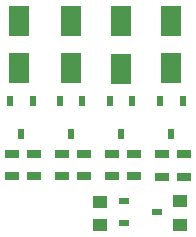
<source format=gbp>
G04 #@! TF.FileFunction,Paste,Bot*
%FSLAX46Y46*%
G04 Gerber Fmt 4.6, Leading zero omitted, Abs format (unit mm)*
G04 Created by KiCad (PCBNEW 4.0.2-stable) date 05.09.2017 20:58:13*
%MOMM*%
G01*
G04 APERTURE LIST*
%ADD10C,0.100000*%
%ADD11R,0.900000X0.600000*%
%ADD12R,1.250000X1.000000*%
%ADD13R,1.800000X2.500000*%
%ADD14R,1.300000X0.700000*%
%ADD15R,0.600000X0.900000*%
G04 APERTURE END LIST*
D10*
D11*
X183543400Y-116611400D03*
X180743400Y-115661400D03*
X180743400Y-117561400D03*
D12*
X185470800Y-115713000D03*
X185470800Y-117713000D03*
X178689000Y-115751100D03*
X178689000Y-117751100D03*
D13*
X171805600Y-100412800D03*
X171805600Y-104412800D03*
D14*
X173101000Y-111673600D03*
X173101000Y-113573600D03*
X171272200Y-111673600D03*
X171272200Y-113573600D03*
D15*
X172034200Y-109985000D03*
X172984200Y-107185000D03*
X171084200Y-107185000D03*
D13*
X176225200Y-100412800D03*
X176225200Y-104412800D03*
X180492400Y-100463600D03*
X180492400Y-104463600D03*
X184734200Y-100412800D03*
X184734200Y-104412800D03*
D15*
X176250600Y-110010400D03*
X177200600Y-107210400D03*
X175300600Y-107210400D03*
X180492400Y-110010400D03*
X181442400Y-107210400D03*
X179542400Y-107210400D03*
X184734200Y-109985000D03*
X185684200Y-107185000D03*
X183784200Y-107185000D03*
D14*
X177368200Y-111699000D03*
X177368200Y-113599000D03*
X175514000Y-111699000D03*
X175514000Y-113599000D03*
X181559200Y-111699000D03*
X181559200Y-113599000D03*
X179730400Y-111699000D03*
X179730400Y-113599000D03*
X185801000Y-111724400D03*
X185801000Y-113624400D03*
X183972200Y-111724400D03*
X183972200Y-113624400D03*
M02*

</source>
